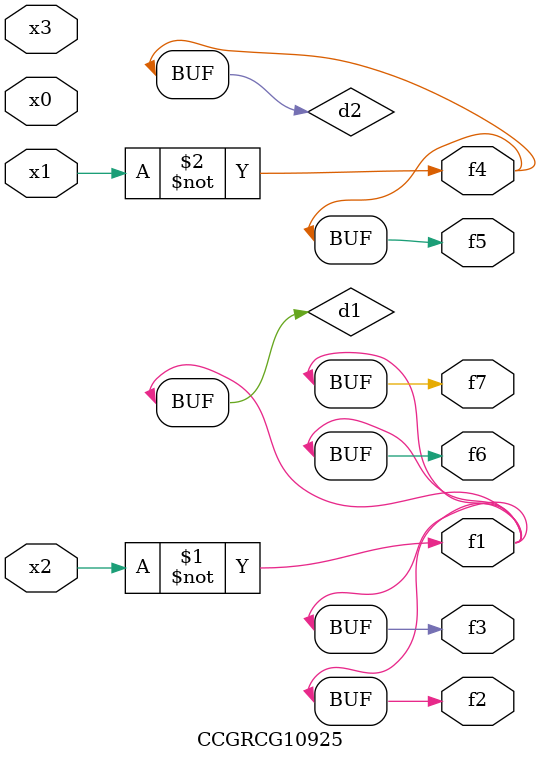
<source format=v>
module CCGRCG10925(
	input x0, x1, x2, x3,
	output f1, f2, f3, f4, f5, f6, f7
);

	wire d1, d2;

	xnor (d1, x2);
	not (d2, x1);
	assign f1 = d1;
	assign f2 = d1;
	assign f3 = d1;
	assign f4 = d2;
	assign f5 = d2;
	assign f6 = d1;
	assign f7 = d1;
endmodule

</source>
